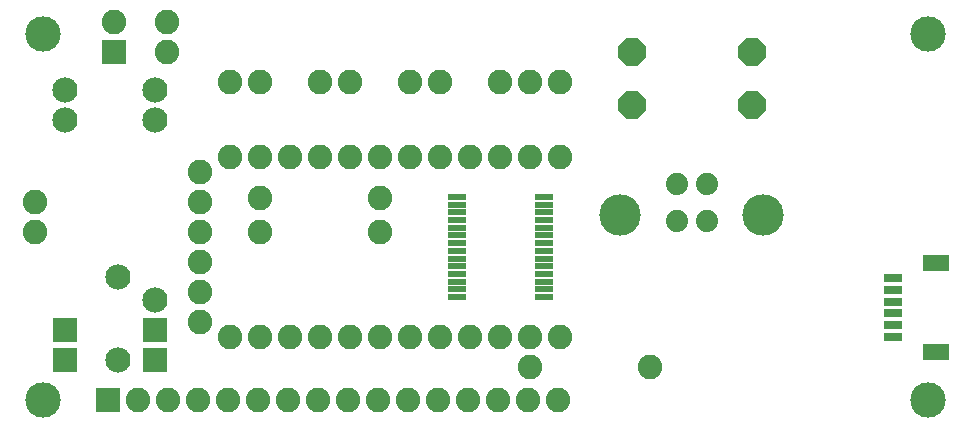
<source format=gts>
G75*
G70*
%OFA0B0*%
%FSLAX24Y24*%
%IPPOS*%
%LPD*%
%AMOC8*
5,1,8,0,0,1.08239X$1,22.5*
%
%ADD10C,0.0820*%
%ADD11C,0.0740*%
%ADD12C,0.1380*%
%ADD13R,0.0630X0.0217*%
%ADD14R,0.0820X0.0820*%
%ADD15C,0.1182*%
%ADD16OC8,0.0930*%
%ADD17R,0.0611X0.0316*%
%ADD18R,0.0867X0.0552*%
%ADD19R,0.0840X0.0840*%
%ADD20C,0.0840*%
D10*
X004956Y001559D03*
X005956Y001559D03*
X006956Y001559D03*
X007956Y001559D03*
X008956Y001559D03*
X009956Y001559D03*
X010956Y001559D03*
X011956Y001559D03*
X012956Y001559D03*
X013956Y001559D03*
X014956Y001559D03*
X015956Y001559D03*
X016956Y001559D03*
X017956Y001559D03*
X018956Y001559D03*
X018054Y002661D03*
X018054Y003661D03*
X017054Y003661D03*
X016054Y003661D03*
X015054Y003661D03*
X014054Y003661D03*
X013054Y003661D03*
X012054Y003661D03*
X011054Y003661D03*
X010054Y003661D03*
X009054Y003661D03*
X008054Y003661D03*
X007054Y004161D03*
X007054Y005161D03*
X007054Y006161D03*
X007054Y007161D03*
X009054Y007161D03*
X007054Y008161D03*
X007054Y009161D03*
X008054Y009661D03*
X009054Y009661D03*
X010054Y009661D03*
X011054Y009661D03*
X012054Y009661D03*
X013054Y009661D03*
X014054Y009661D03*
X015054Y009661D03*
X016054Y009661D03*
X017054Y009661D03*
X018054Y009661D03*
X019054Y009661D03*
X019054Y012161D03*
X018054Y012161D03*
X017054Y012161D03*
X015054Y012161D03*
X014054Y012161D03*
X012054Y012161D03*
X011054Y012161D03*
X009054Y012161D03*
X008054Y012161D03*
X005929Y013161D03*
X005929Y014161D03*
X004179Y014161D03*
X009054Y008286D03*
X013054Y008286D03*
X013054Y007161D03*
X019054Y003661D03*
X022054Y002661D03*
X001554Y007161D03*
X001554Y008161D03*
D11*
X022954Y008776D03*
X023934Y008776D03*
X023934Y007516D03*
X022954Y007516D03*
D12*
X021054Y007716D03*
X025794Y007716D03*
D13*
X018494Y007813D03*
X018494Y007557D03*
X018494Y007301D03*
X018494Y007045D03*
X018494Y006789D03*
X018494Y006533D03*
X018494Y006277D03*
X018494Y006021D03*
X018494Y005766D03*
X018494Y005510D03*
X018494Y005254D03*
X018494Y004998D03*
X015615Y004998D03*
X015615Y005254D03*
X015615Y005510D03*
X015615Y005766D03*
X015615Y006021D03*
X015615Y006277D03*
X015615Y006533D03*
X015615Y006789D03*
X015615Y007045D03*
X015615Y007301D03*
X015615Y007557D03*
X015615Y007813D03*
X015615Y008069D03*
X015615Y008325D03*
X018494Y008325D03*
X018494Y008069D03*
D14*
X004179Y013161D03*
X003956Y001559D03*
D15*
X001791Y001559D03*
X001791Y013764D03*
X031318Y013764D03*
X031318Y001559D03*
D16*
X025429Y011411D03*
X025429Y013161D03*
X021429Y013161D03*
X021429Y011411D03*
D17*
X030129Y005630D03*
X030129Y005236D03*
X030129Y004842D03*
X030129Y004449D03*
X030129Y004055D03*
X030129Y003661D03*
D18*
X031586Y003149D03*
X031586Y006142D03*
D19*
X005554Y003911D03*
X005554Y002911D03*
X002554Y002911D03*
X002554Y003911D03*
D20*
X004304Y002911D03*
X005554Y004911D03*
X004304Y005661D03*
X005554Y010911D03*
X005554Y011911D03*
X002554Y011911D03*
X002554Y010911D03*
M02*

</source>
